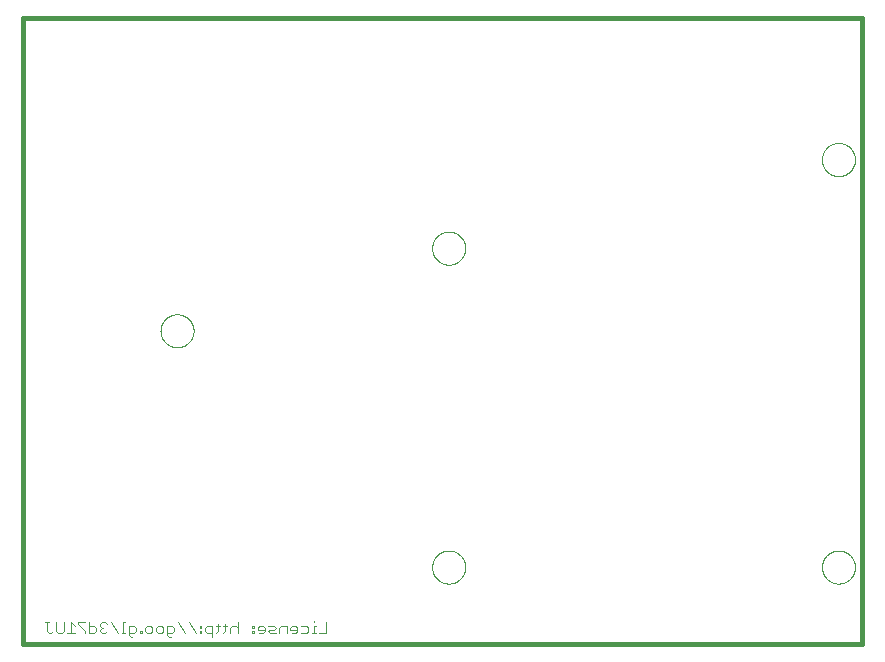
<source format=gbo>
G75*
%MOIN*%
%OFA0B0*%
%FSLAX25Y25*%
%IPPOS*%
%LPD*%
%AMOC8*
5,1,8,0,0,1.08239X$1,22.5*
%
%ADD10C,0.00300*%
%ADD11C,0.01600*%
%ADD12C,0.00000*%
D10*
X0009736Y0005925D02*
X0009736Y0008959D01*
X0010343Y0008959D02*
X0009129Y0008959D01*
X0012754Y0008959D02*
X0012754Y0005925D01*
X0013361Y0005319D01*
X0014574Y0005319D01*
X0015181Y0005925D01*
X0015181Y0008959D01*
X0017593Y0008959D02*
X0018806Y0007745D01*
X0020005Y0008352D02*
X0022431Y0005925D01*
X0022431Y0005319D01*
X0023630Y0005319D02*
X0025450Y0005319D01*
X0026057Y0005925D01*
X0026057Y0007139D01*
X0025450Y0007745D01*
X0023630Y0007745D01*
X0023630Y0008959D02*
X0023630Y0005319D01*
X0027255Y0005925D02*
X0027255Y0006532D01*
X0027862Y0007139D01*
X0028468Y0007139D01*
X0027862Y0007139D02*
X0027255Y0007745D01*
X0027255Y0008352D01*
X0027862Y0008959D01*
X0029075Y0008959D01*
X0029682Y0008352D01*
X0030880Y0008959D02*
X0033307Y0005319D01*
X0034510Y0005319D02*
X0035724Y0005319D01*
X0035117Y0005319D02*
X0035117Y0008959D01*
X0035724Y0008959D01*
X0036922Y0007745D02*
X0038742Y0007745D01*
X0039349Y0007139D01*
X0039349Y0005925D01*
X0038742Y0005319D01*
X0036922Y0005319D01*
X0036922Y0004712D02*
X0036922Y0007745D01*
X0036922Y0004712D02*
X0037529Y0004105D01*
X0038135Y0004105D01*
X0040555Y0005319D02*
X0041161Y0005319D01*
X0041161Y0005925D01*
X0040555Y0005925D01*
X0040555Y0005319D01*
X0042360Y0005925D02*
X0042360Y0007139D01*
X0042966Y0007745D01*
X0044180Y0007745D01*
X0044786Y0007139D01*
X0044786Y0005925D01*
X0044180Y0005319D01*
X0042966Y0005319D01*
X0042360Y0005925D01*
X0045985Y0005925D02*
X0045985Y0007139D01*
X0046591Y0007745D01*
X0047805Y0007745D01*
X0048412Y0007139D01*
X0048412Y0005925D01*
X0047805Y0005319D01*
X0046591Y0005319D01*
X0045985Y0005925D01*
X0049610Y0005319D02*
X0051430Y0005319D01*
X0052037Y0005925D01*
X0052037Y0007139D01*
X0051430Y0007745D01*
X0049610Y0007745D01*
X0049610Y0004712D01*
X0050217Y0004105D01*
X0050823Y0004105D01*
X0055662Y0005319D02*
X0053235Y0008959D01*
X0056860Y0008959D02*
X0059287Y0005319D01*
X0060493Y0005319D02*
X0061100Y0005319D01*
X0061100Y0005925D01*
X0060493Y0005925D01*
X0060493Y0005319D01*
X0060493Y0007139D02*
X0061100Y0007139D01*
X0061100Y0007745D01*
X0060493Y0007745D01*
X0060493Y0007139D01*
X0062298Y0007139D02*
X0062298Y0005925D01*
X0062905Y0005319D01*
X0064725Y0005319D01*
X0065928Y0005319D02*
X0066535Y0005925D01*
X0066535Y0008352D01*
X0067141Y0007745D02*
X0065928Y0007745D01*
X0064725Y0007745D02*
X0062905Y0007745D01*
X0062298Y0007139D01*
X0064725Y0007745D02*
X0064725Y0004105D01*
X0068345Y0005319D02*
X0068951Y0005925D01*
X0068951Y0008352D01*
X0068345Y0007745D02*
X0069558Y0007745D01*
X0070757Y0007139D02*
X0070757Y0005319D01*
X0070757Y0007139D02*
X0071363Y0007745D01*
X0072577Y0007745D01*
X0073183Y0007139D01*
X0073183Y0008959D02*
X0073183Y0005319D01*
X0078014Y0005319D02*
X0078621Y0005319D01*
X0078621Y0005925D01*
X0078014Y0005925D01*
X0078014Y0005319D01*
X0078014Y0007139D02*
X0078621Y0007139D01*
X0078621Y0007745D01*
X0078014Y0007745D01*
X0078014Y0007139D01*
X0079819Y0007139D02*
X0079819Y0006532D01*
X0082246Y0006532D01*
X0082246Y0007139D02*
X0081639Y0007745D01*
X0080426Y0007745D01*
X0079819Y0007139D01*
X0080426Y0005319D02*
X0081639Y0005319D01*
X0082246Y0005925D01*
X0082246Y0007139D01*
X0083445Y0007745D02*
X0085265Y0007745D01*
X0085871Y0007139D01*
X0085265Y0006532D01*
X0084051Y0006532D01*
X0083445Y0005925D01*
X0084051Y0005319D01*
X0085871Y0005319D01*
X0087070Y0005319D02*
X0087070Y0007139D01*
X0087676Y0007745D01*
X0089496Y0007745D01*
X0089496Y0005319D01*
X0090695Y0006532D02*
X0093122Y0006532D01*
X0093122Y0007139D02*
X0092515Y0007745D01*
X0091301Y0007745D01*
X0090695Y0007139D01*
X0090695Y0006532D01*
X0091301Y0005319D02*
X0092515Y0005319D01*
X0093122Y0005925D01*
X0093122Y0007139D01*
X0094320Y0007745D02*
X0096140Y0007745D01*
X0096747Y0007139D01*
X0096747Y0005925D01*
X0096140Y0005319D01*
X0094320Y0005319D01*
X0097950Y0005319D02*
X0099163Y0005319D01*
X0098557Y0005319D02*
X0098557Y0007745D01*
X0099163Y0007745D01*
X0098557Y0008959D02*
X0098557Y0009565D01*
X0102789Y0008959D02*
X0102789Y0005319D01*
X0100362Y0005319D01*
X0029682Y0005925D02*
X0029075Y0005319D01*
X0027862Y0005319D01*
X0027255Y0005925D01*
X0022431Y0008959D02*
X0020005Y0008959D01*
X0020005Y0008352D01*
X0017593Y0008959D02*
X0017593Y0005319D01*
X0018806Y0005319D02*
X0016380Y0005319D01*
X0011556Y0005925D02*
X0010949Y0005319D01*
X0010343Y0005319D01*
X0009736Y0005925D01*
D11*
X0001800Y0001800D02*
X0281328Y0001800D01*
X0281328Y0210461D01*
X0001800Y0210461D01*
X0001800Y0001800D01*
D12*
X0138020Y0027391D02*
X0138022Y0027539D01*
X0138028Y0027687D01*
X0138038Y0027835D01*
X0138052Y0027982D01*
X0138070Y0028129D01*
X0138091Y0028275D01*
X0138117Y0028421D01*
X0138147Y0028566D01*
X0138180Y0028710D01*
X0138218Y0028853D01*
X0138259Y0028995D01*
X0138304Y0029136D01*
X0138352Y0029276D01*
X0138405Y0029415D01*
X0138461Y0029552D01*
X0138521Y0029687D01*
X0138584Y0029821D01*
X0138651Y0029953D01*
X0138722Y0030083D01*
X0138796Y0030211D01*
X0138873Y0030337D01*
X0138954Y0030461D01*
X0139038Y0030583D01*
X0139125Y0030702D01*
X0139216Y0030819D01*
X0139310Y0030934D01*
X0139406Y0031046D01*
X0139506Y0031156D01*
X0139608Y0031262D01*
X0139714Y0031366D01*
X0139822Y0031467D01*
X0139933Y0031565D01*
X0140046Y0031661D01*
X0140162Y0031753D01*
X0140280Y0031842D01*
X0140401Y0031927D01*
X0140524Y0032010D01*
X0140649Y0032089D01*
X0140776Y0032165D01*
X0140905Y0032237D01*
X0141036Y0032306D01*
X0141169Y0032371D01*
X0141304Y0032432D01*
X0141440Y0032490D01*
X0141577Y0032545D01*
X0141716Y0032595D01*
X0141857Y0032642D01*
X0141998Y0032685D01*
X0142141Y0032725D01*
X0142285Y0032760D01*
X0142429Y0032792D01*
X0142575Y0032819D01*
X0142721Y0032843D01*
X0142868Y0032863D01*
X0143015Y0032879D01*
X0143162Y0032891D01*
X0143310Y0032899D01*
X0143458Y0032903D01*
X0143606Y0032903D01*
X0143754Y0032899D01*
X0143902Y0032891D01*
X0144049Y0032879D01*
X0144196Y0032863D01*
X0144343Y0032843D01*
X0144489Y0032819D01*
X0144635Y0032792D01*
X0144779Y0032760D01*
X0144923Y0032725D01*
X0145066Y0032685D01*
X0145207Y0032642D01*
X0145348Y0032595D01*
X0145487Y0032545D01*
X0145624Y0032490D01*
X0145760Y0032432D01*
X0145895Y0032371D01*
X0146028Y0032306D01*
X0146159Y0032237D01*
X0146288Y0032165D01*
X0146415Y0032089D01*
X0146540Y0032010D01*
X0146663Y0031927D01*
X0146784Y0031842D01*
X0146902Y0031753D01*
X0147018Y0031661D01*
X0147131Y0031565D01*
X0147242Y0031467D01*
X0147350Y0031366D01*
X0147456Y0031262D01*
X0147558Y0031156D01*
X0147658Y0031046D01*
X0147754Y0030934D01*
X0147848Y0030819D01*
X0147939Y0030702D01*
X0148026Y0030583D01*
X0148110Y0030461D01*
X0148191Y0030337D01*
X0148268Y0030211D01*
X0148342Y0030083D01*
X0148413Y0029953D01*
X0148480Y0029821D01*
X0148543Y0029687D01*
X0148603Y0029552D01*
X0148659Y0029415D01*
X0148712Y0029276D01*
X0148760Y0029136D01*
X0148805Y0028995D01*
X0148846Y0028853D01*
X0148884Y0028710D01*
X0148917Y0028566D01*
X0148947Y0028421D01*
X0148973Y0028275D01*
X0148994Y0028129D01*
X0149012Y0027982D01*
X0149026Y0027835D01*
X0149036Y0027687D01*
X0149042Y0027539D01*
X0149044Y0027391D01*
X0149042Y0027243D01*
X0149036Y0027095D01*
X0149026Y0026947D01*
X0149012Y0026800D01*
X0148994Y0026653D01*
X0148973Y0026507D01*
X0148947Y0026361D01*
X0148917Y0026216D01*
X0148884Y0026072D01*
X0148846Y0025929D01*
X0148805Y0025787D01*
X0148760Y0025646D01*
X0148712Y0025506D01*
X0148659Y0025367D01*
X0148603Y0025230D01*
X0148543Y0025095D01*
X0148480Y0024961D01*
X0148413Y0024829D01*
X0148342Y0024699D01*
X0148268Y0024571D01*
X0148191Y0024445D01*
X0148110Y0024321D01*
X0148026Y0024199D01*
X0147939Y0024080D01*
X0147848Y0023963D01*
X0147754Y0023848D01*
X0147658Y0023736D01*
X0147558Y0023626D01*
X0147456Y0023520D01*
X0147350Y0023416D01*
X0147242Y0023315D01*
X0147131Y0023217D01*
X0147018Y0023121D01*
X0146902Y0023029D01*
X0146784Y0022940D01*
X0146663Y0022855D01*
X0146540Y0022772D01*
X0146415Y0022693D01*
X0146288Y0022617D01*
X0146159Y0022545D01*
X0146028Y0022476D01*
X0145895Y0022411D01*
X0145760Y0022350D01*
X0145624Y0022292D01*
X0145487Y0022237D01*
X0145348Y0022187D01*
X0145207Y0022140D01*
X0145066Y0022097D01*
X0144923Y0022057D01*
X0144779Y0022022D01*
X0144635Y0021990D01*
X0144489Y0021963D01*
X0144343Y0021939D01*
X0144196Y0021919D01*
X0144049Y0021903D01*
X0143902Y0021891D01*
X0143754Y0021883D01*
X0143606Y0021879D01*
X0143458Y0021879D01*
X0143310Y0021883D01*
X0143162Y0021891D01*
X0143015Y0021903D01*
X0142868Y0021919D01*
X0142721Y0021939D01*
X0142575Y0021963D01*
X0142429Y0021990D01*
X0142285Y0022022D01*
X0142141Y0022057D01*
X0141998Y0022097D01*
X0141857Y0022140D01*
X0141716Y0022187D01*
X0141577Y0022237D01*
X0141440Y0022292D01*
X0141304Y0022350D01*
X0141169Y0022411D01*
X0141036Y0022476D01*
X0140905Y0022545D01*
X0140776Y0022617D01*
X0140649Y0022693D01*
X0140524Y0022772D01*
X0140401Y0022855D01*
X0140280Y0022940D01*
X0140162Y0023029D01*
X0140046Y0023121D01*
X0139933Y0023217D01*
X0139822Y0023315D01*
X0139714Y0023416D01*
X0139608Y0023520D01*
X0139506Y0023626D01*
X0139406Y0023736D01*
X0139310Y0023848D01*
X0139216Y0023963D01*
X0139125Y0024080D01*
X0139038Y0024199D01*
X0138954Y0024321D01*
X0138873Y0024445D01*
X0138796Y0024571D01*
X0138722Y0024699D01*
X0138651Y0024829D01*
X0138584Y0024961D01*
X0138521Y0025095D01*
X0138461Y0025230D01*
X0138405Y0025367D01*
X0138352Y0025506D01*
X0138304Y0025646D01*
X0138259Y0025787D01*
X0138218Y0025929D01*
X0138180Y0026072D01*
X0138147Y0026216D01*
X0138117Y0026361D01*
X0138091Y0026507D01*
X0138070Y0026653D01*
X0138052Y0026800D01*
X0138038Y0026947D01*
X0138028Y0027095D01*
X0138022Y0027243D01*
X0138020Y0027391D01*
X0047469Y0106131D02*
X0047471Y0106279D01*
X0047477Y0106427D01*
X0047487Y0106575D01*
X0047501Y0106722D01*
X0047519Y0106869D01*
X0047540Y0107015D01*
X0047566Y0107161D01*
X0047596Y0107306D01*
X0047629Y0107450D01*
X0047667Y0107593D01*
X0047708Y0107735D01*
X0047753Y0107876D01*
X0047801Y0108016D01*
X0047854Y0108155D01*
X0047910Y0108292D01*
X0047970Y0108427D01*
X0048033Y0108561D01*
X0048100Y0108693D01*
X0048171Y0108823D01*
X0048245Y0108951D01*
X0048322Y0109077D01*
X0048403Y0109201D01*
X0048487Y0109323D01*
X0048574Y0109442D01*
X0048665Y0109559D01*
X0048759Y0109674D01*
X0048855Y0109786D01*
X0048955Y0109896D01*
X0049057Y0110002D01*
X0049163Y0110106D01*
X0049271Y0110207D01*
X0049382Y0110305D01*
X0049495Y0110401D01*
X0049611Y0110493D01*
X0049729Y0110582D01*
X0049850Y0110667D01*
X0049973Y0110750D01*
X0050098Y0110829D01*
X0050225Y0110905D01*
X0050354Y0110977D01*
X0050485Y0111046D01*
X0050618Y0111111D01*
X0050753Y0111172D01*
X0050889Y0111230D01*
X0051026Y0111285D01*
X0051165Y0111335D01*
X0051306Y0111382D01*
X0051447Y0111425D01*
X0051590Y0111465D01*
X0051734Y0111500D01*
X0051878Y0111532D01*
X0052024Y0111559D01*
X0052170Y0111583D01*
X0052317Y0111603D01*
X0052464Y0111619D01*
X0052611Y0111631D01*
X0052759Y0111639D01*
X0052907Y0111643D01*
X0053055Y0111643D01*
X0053203Y0111639D01*
X0053351Y0111631D01*
X0053498Y0111619D01*
X0053645Y0111603D01*
X0053792Y0111583D01*
X0053938Y0111559D01*
X0054084Y0111532D01*
X0054228Y0111500D01*
X0054372Y0111465D01*
X0054515Y0111425D01*
X0054656Y0111382D01*
X0054797Y0111335D01*
X0054936Y0111285D01*
X0055073Y0111230D01*
X0055209Y0111172D01*
X0055344Y0111111D01*
X0055477Y0111046D01*
X0055608Y0110977D01*
X0055737Y0110905D01*
X0055864Y0110829D01*
X0055989Y0110750D01*
X0056112Y0110667D01*
X0056233Y0110582D01*
X0056351Y0110493D01*
X0056467Y0110401D01*
X0056580Y0110305D01*
X0056691Y0110207D01*
X0056799Y0110106D01*
X0056905Y0110002D01*
X0057007Y0109896D01*
X0057107Y0109786D01*
X0057203Y0109674D01*
X0057297Y0109559D01*
X0057388Y0109442D01*
X0057475Y0109323D01*
X0057559Y0109201D01*
X0057640Y0109077D01*
X0057717Y0108951D01*
X0057791Y0108823D01*
X0057862Y0108693D01*
X0057929Y0108561D01*
X0057992Y0108427D01*
X0058052Y0108292D01*
X0058108Y0108155D01*
X0058161Y0108016D01*
X0058209Y0107876D01*
X0058254Y0107735D01*
X0058295Y0107593D01*
X0058333Y0107450D01*
X0058366Y0107306D01*
X0058396Y0107161D01*
X0058422Y0107015D01*
X0058443Y0106869D01*
X0058461Y0106722D01*
X0058475Y0106575D01*
X0058485Y0106427D01*
X0058491Y0106279D01*
X0058493Y0106131D01*
X0058491Y0105983D01*
X0058485Y0105835D01*
X0058475Y0105687D01*
X0058461Y0105540D01*
X0058443Y0105393D01*
X0058422Y0105247D01*
X0058396Y0105101D01*
X0058366Y0104956D01*
X0058333Y0104812D01*
X0058295Y0104669D01*
X0058254Y0104527D01*
X0058209Y0104386D01*
X0058161Y0104246D01*
X0058108Y0104107D01*
X0058052Y0103970D01*
X0057992Y0103835D01*
X0057929Y0103701D01*
X0057862Y0103569D01*
X0057791Y0103439D01*
X0057717Y0103311D01*
X0057640Y0103185D01*
X0057559Y0103061D01*
X0057475Y0102939D01*
X0057388Y0102820D01*
X0057297Y0102703D01*
X0057203Y0102588D01*
X0057107Y0102476D01*
X0057007Y0102366D01*
X0056905Y0102260D01*
X0056799Y0102156D01*
X0056691Y0102055D01*
X0056580Y0101957D01*
X0056467Y0101861D01*
X0056351Y0101769D01*
X0056233Y0101680D01*
X0056112Y0101595D01*
X0055989Y0101512D01*
X0055864Y0101433D01*
X0055737Y0101357D01*
X0055608Y0101285D01*
X0055477Y0101216D01*
X0055344Y0101151D01*
X0055209Y0101090D01*
X0055073Y0101032D01*
X0054936Y0100977D01*
X0054797Y0100927D01*
X0054656Y0100880D01*
X0054515Y0100837D01*
X0054372Y0100797D01*
X0054228Y0100762D01*
X0054084Y0100730D01*
X0053938Y0100703D01*
X0053792Y0100679D01*
X0053645Y0100659D01*
X0053498Y0100643D01*
X0053351Y0100631D01*
X0053203Y0100623D01*
X0053055Y0100619D01*
X0052907Y0100619D01*
X0052759Y0100623D01*
X0052611Y0100631D01*
X0052464Y0100643D01*
X0052317Y0100659D01*
X0052170Y0100679D01*
X0052024Y0100703D01*
X0051878Y0100730D01*
X0051734Y0100762D01*
X0051590Y0100797D01*
X0051447Y0100837D01*
X0051306Y0100880D01*
X0051165Y0100927D01*
X0051026Y0100977D01*
X0050889Y0101032D01*
X0050753Y0101090D01*
X0050618Y0101151D01*
X0050485Y0101216D01*
X0050354Y0101285D01*
X0050225Y0101357D01*
X0050098Y0101433D01*
X0049973Y0101512D01*
X0049850Y0101595D01*
X0049729Y0101680D01*
X0049611Y0101769D01*
X0049495Y0101861D01*
X0049382Y0101957D01*
X0049271Y0102055D01*
X0049163Y0102156D01*
X0049057Y0102260D01*
X0048955Y0102366D01*
X0048855Y0102476D01*
X0048759Y0102588D01*
X0048665Y0102703D01*
X0048574Y0102820D01*
X0048487Y0102939D01*
X0048403Y0103061D01*
X0048322Y0103185D01*
X0048245Y0103311D01*
X0048171Y0103439D01*
X0048100Y0103569D01*
X0048033Y0103701D01*
X0047970Y0103835D01*
X0047910Y0103970D01*
X0047854Y0104107D01*
X0047801Y0104246D01*
X0047753Y0104386D01*
X0047708Y0104527D01*
X0047667Y0104669D01*
X0047629Y0104812D01*
X0047596Y0104956D01*
X0047566Y0105101D01*
X0047540Y0105247D01*
X0047519Y0105393D01*
X0047501Y0105540D01*
X0047487Y0105687D01*
X0047477Y0105835D01*
X0047471Y0105983D01*
X0047469Y0106131D01*
X0138020Y0133690D02*
X0138022Y0133838D01*
X0138028Y0133986D01*
X0138038Y0134134D01*
X0138052Y0134281D01*
X0138070Y0134428D01*
X0138091Y0134574D01*
X0138117Y0134720D01*
X0138147Y0134865D01*
X0138180Y0135009D01*
X0138218Y0135152D01*
X0138259Y0135294D01*
X0138304Y0135435D01*
X0138352Y0135575D01*
X0138405Y0135714D01*
X0138461Y0135851D01*
X0138521Y0135986D01*
X0138584Y0136120D01*
X0138651Y0136252D01*
X0138722Y0136382D01*
X0138796Y0136510D01*
X0138873Y0136636D01*
X0138954Y0136760D01*
X0139038Y0136882D01*
X0139125Y0137001D01*
X0139216Y0137118D01*
X0139310Y0137233D01*
X0139406Y0137345D01*
X0139506Y0137455D01*
X0139608Y0137561D01*
X0139714Y0137665D01*
X0139822Y0137766D01*
X0139933Y0137864D01*
X0140046Y0137960D01*
X0140162Y0138052D01*
X0140280Y0138141D01*
X0140401Y0138226D01*
X0140524Y0138309D01*
X0140649Y0138388D01*
X0140776Y0138464D01*
X0140905Y0138536D01*
X0141036Y0138605D01*
X0141169Y0138670D01*
X0141304Y0138731D01*
X0141440Y0138789D01*
X0141577Y0138844D01*
X0141716Y0138894D01*
X0141857Y0138941D01*
X0141998Y0138984D01*
X0142141Y0139024D01*
X0142285Y0139059D01*
X0142429Y0139091D01*
X0142575Y0139118D01*
X0142721Y0139142D01*
X0142868Y0139162D01*
X0143015Y0139178D01*
X0143162Y0139190D01*
X0143310Y0139198D01*
X0143458Y0139202D01*
X0143606Y0139202D01*
X0143754Y0139198D01*
X0143902Y0139190D01*
X0144049Y0139178D01*
X0144196Y0139162D01*
X0144343Y0139142D01*
X0144489Y0139118D01*
X0144635Y0139091D01*
X0144779Y0139059D01*
X0144923Y0139024D01*
X0145066Y0138984D01*
X0145207Y0138941D01*
X0145348Y0138894D01*
X0145487Y0138844D01*
X0145624Y0138789D01*
X0145760Y0138731D01*
X0145895Y0138670D01*
X0146028Y0138605D01*
X0146159Y0138536D01*
X0146288Y0138464D01*
X0146415Y0138388D01*
X0146540Y0138309D01*
X0146663Y0138226D01*
X0146784Y0138141D01*
X0146902Y0138052D01*
X0147018Y0137960D01*
X0147131Y0137864D01*
X0147242Y0137766D01*
X0147350Y0137665D01*
X0147456Y0137561D01*
X0147558Y0137455D01*
X0147658Y0137345D01*
X0147754Y0137233D01*
X0147848Y0137118D01*
X0147939Y0137001D01*
X0148026Y0136882D01*
X0148110Y0136760D01*
X0148191Y0136636D01*
X0148268Y0136510D01*
X0148342Y0136382D01*
X0148413Y0136252D01*
X0148480Y0136120D01*
X0148543Y0135986D01*
X0148603Y0135851D01*
X0148659Y0135714D01*
X0148712Y0135575D01*
X0148760Y0135435D01*
X0148805Y0135294D01*
X0148846Y0135152D01*
X0148884Y0135009D01*
X0148917Y0134865D01*
X0148947Y0134720D01*
X0148973Y0134574D01*
X0148994Y0134428D01*
X0149012Y0134281D01*
X0149026Y0134134D01*
X0149036Y0133986D01*
X0149042Y0133838D01*
X0149044Y0133690D01*
X0149042Y0133542D01*
X0149036Y0133394D01*
X0149026Y0133246D01*
X0149012Y0133099D01*
X0148994Y0132952D01*
X0148973Y0132806D01*
X0148947Y0132660D01*
X0148917Y0132515D01*
X0148884Y0132371D01*
X0148846Y0132228D01*
X0148805Y0132086D01*
X0148760Y0131945D01*
X0148712Y0131805D01*
X0148659Y0131666D01*
X0148603Y0131529D01*
X0148543Y0131394D01*
X0148480Y0131260D01*
X0148413Y0131128D01*
X0148342Y0130998D01*
X0148268Y0130870D01*
X0148191Y0130744D01*
X0148110Y0130620D01*
X0148026Y0130498D01*
X0147939Y0130379D01*
X0147848Y0130262D01*
X0147754Y0130147D01*
X0147658Y0130035D01*
X0147558Y0129925D01*
X0147456Y0129819D01*
X0147350Y0129715D01*
X0147242Y0129614D01*
X0147131Y0129516D01*
X0147018Y0129420D01*
X0146902Y0129328D01*
X0146784Y0129239D01*
X0146663Y0129154D01*
X0146540Y0129071D01*
X0146415Y0128992D01*
X0146288Y0128916D01*
X0146159Y0128844D01*
X0146028Y0128775D01*
X0145895Y0128710D01*
X0145760Y0128649D01*
X0145624Y0128591D01*
X0145487Y0128536D01*
X0145348Y0128486D01*
X0145207Y0128439D01*
X0145066Y0128396D01*
X0144923Y0128356D01*
X0144779Y0128321D01*
X0144635Y0128289D01*
X0144489Y0128262D01*
X0144343Y0128238D01*
X0144196Y0128218D01*
X0144049Y0128202D01*
X0143902Y0128190D01*
X0143754Y0128182D01*
X0143606Y0128178D01*
X0143458Y0128178D01*
X0143310Y0128182D01*
X0143162Y0128190D01*
X0143015Y0128202D01*
X0142868Y0128218D01*
X0142721Y0128238D01*
X0142575Y0128262D01*
X0142429Y0128289D01*
X0142285Y0128321D01*
X0142141Y0128356D01*
X0141998Y0128396D01*
X0141857Y0128439D01*
X0141716Y0128486D01*
X0141577Y0128536D01*
X0141440Y0128591D01*
X0141304Y0128649D01*
X0141169Y0128710D01*
X0141036Y0128775D01*
X0140905Y0128844D01*
X0140776Y0128916D01*
X0140649Y0128992D01*
X0140524Y0129071D01*
X0140401Y0129154D01*
X0140280Y0129239D01*
X0140162Y0129328D01*
X0140046Y0129420D01*
X0139933Y0129516D01*
X0139822Y0129614D01*
X0139714Y0129715D01*
X0139608Y0129819D01*
X0139506Y0129925D01*
X0139406Y0130035D01*
X0139310Y0130147D01*
X0139216Y0130262D01*
X0139125Y0130379D01*
X0139038Y0130498D01*
X0138954Y0130620D01*
X0138873Y0130744D01*
X0138796Y0130870D01*
X0138722Y0130998D01*
X0138651Y0131128D01*
X0138584Y0131260D01*
X0138521Y0131394D01*
X0138461Y0131529D01*
X0138405Y0131666D01*
X0138352Y0131805D01*
X0138304Y0131945D01*
X0138259Y0132086D01*
X0138218Y0132228D01*
X0138180Y0132371D01*
X0138147Y0132515D01*
X0138117Y0132660D01*
X0138091Y0132806D01*
X0138070Y0132952D01*
X0138052Y0133099D01*
X0138038Y0133246D01*
X0138028Y0133394D01*
X0138022Y0133542D01*
X0138020Y0133690D01*
X0267942Y0163217D02*
X0267944Y0163365D01*
X0267950Y0163513D01*
X0267960Y0163661D01*
X0267974Y0163808D01*
X0267992Y0163955D01*
X0268013Y0164101D01*
X0268039Y0164247D01*
X0268069Y0164392D01*
X0268102Y0164536D01*
X0268140Y0164679D01*
X0268181Y0164821D01*
X0268226Y0164962D01*
X0268274Y0165102D01*
X0268327Y0165241D01*
X0268383Y0165378D01*
X0268443Y0165513D01*
X0268506Y0165647D01*
X0268573Y0165779D01*
X0268644Y0165909D01*
X0268718Y0166037D01*
X0268795Y0166163D01*
X0268876Y0166287D01*
X0268960Y0166409D01*
X0269047Y0166528D01*
X0269138Y0166645D01*
X0269232Y0166760D01*
X0269328Y0166872D01*
X0269428Y0166982D01*
X0269530Y0167088D01*
X0269636Y0167192D01*
X0269744Y0167293D01*
X0269855Y0167391D01*
X0269968Y0167487D01*
X0270084Y0167579D01*
X0270202Y0167668D01*
X0270323Y0167753D01*
X0270446Y0167836D01*
X0270571Y0167915D01*
X0270698Y0167991D01*
X0270827Y0168063D01*
X0270958Y0168132D01*
X0271091Y0168197D01*
X0271226Y0168258D01*
X0271362Y0168316D01*
X0271499Y0168371D01*
X0271638Y0168421D01*
X0271779Y0168468D01*
X0271920Y0168511D01*
X0272063Y0168551D01*
X0272207Y0168586D01*
X0272351Y0168618D01*
X0272497Y0168645D01*
X0272643Y0168669D01*
X0272790Y0168689D01*
X0272937Y0168705D01*
X0273084Y0168717D01*
X0273232Y0168725D01*
X0273380Y0168729D01*
X0273528Y0168729D01*
X0273676Y0168725D01*
X0273824Y0168717D01*
X0273971Y0168705D01*
X0274118Y0168689D01*
X0274265Y0168669D01*
X0274411Y0168645D01*
X0274557Y0168618D01*
X0274701Y0168586D01*
X0274845Y0168551D01*
X0274988Y0168511D01*
X0275129Y0168468D01*
X0275270Y0168421D01*
X0275409Y0168371D01*
X0275546Y0168316D01*
X0275682Y0168258D01*
X0275817Y0168197D01*
X0275950Y0168132D01*
X0276081Y0168063D01*
X0276210Y0167991D01*
X0276337Y0167915D01*
X0276462Y0167836D01*
X0276585Y0167753D01*
X0276706Y0167668D01*
X0276824Y0167579D01*
X0276940Y0167487D01*
X0277053Y0167391D01*
X0277164Y0167293D01*
X0277272Y0167192D01*
X0277378Y0167088D01*
X0277480Y0166982D01*
X0277580Y0166872D01*
X0277676Y0166760D01*
X0277770Y0166645D01*
X0277861Y0166528D01*
X0277948Y0166409D01*
X0278032Y0166287D01*
X0278113Y0166163D01*
X0278190Y0166037D01*
X0278264Y0165909D01*
X0278335Y0165779D01*
X0278402Y0165647D01*
X0278465Y0165513D01*
X0278525Y0165378D01*
X0278581Y0165241D01*
X0278634Y0165102D01*
X0278682Y0164962D01*
X0278727Y0164821D01*
X0278768Y0164679D01*
X0278806Y0164536D01*
X0278839Y0164392D01*
X0278869Y0164247D01*
X0278895Y0164101D01*
X0278916Y0163955D01*
X0278934Y0163808D01*
X0278948Y0163661D01*
X0278958Y0163513D01*
X0278964Y0163365D01*
X0278966Y0163217D01*
X0278964Y0163069D01*
X0278958Y0162921D01*
X0278948Y0162773D01*
X0278934Y0162626D01*
X0278916Y0162479D01*
X0278895Y0162333D01*
X0278869Y0162187D01*
X0278839Y0162042D01*
X0278806Y0161898D01*
X0278768Y0161755D01*
X0278727Y0161613D01*
X0278682Y0161472D01*
X0278634Y0161332D01*
X0278581Y0161193D01*
X0278525Y0161056D01*
X0278465Y0160921D01*
X0278402Y0160787D01*
X0278335Y0160655D01*
X0278264Y0160525D01*
X0278190Y0160397D01*
X0278113Y0160271D01*
X0278032Y0160147D01*
X0277948Y0160025D01*
X0277861Y0159906D01*
X0277770Y0159789D01*
X0277676Y0159674D01*
X0277580Y0159562D01*
X0277480Y0159452D01*
X0277378Y0159346D01*
X0277272Y0159242D01*
X0277164Y0159141D01*
X0277053Y0159043D01*
X0276940Y0158947D01*
X0276824Y0158855D01*
X0276706Y0158766D01*
X0276585Y0158681D01*
X0276462Y0158598D01*
X0276337Y0158519D01*
X0276210Y0158443D01*
X0276081Y0158371D01*
X0275950Y0158302D01*
X0275817Y0158237D01*
X0275682Y0158176D01*
X0275546Y0158118D01*
X0275409Y0158063D01*
X0275270Y0158013D01*
X0275129Y0157966D01*
X0274988Y0157923D01*
X0274845Y0157883D01*
X0274701Y0157848D01*
X0274557Y0157816D01*
X0274411Y0157789D01*
X0274265Y0157765D01*
X0274118Y0157745D01*
X0273971Y0157729D01*
X0273824Y0157717D01*
X0273676Y0157709D01*
X0273528Y0157705D01*
X0273380Y0157705D01*
X0273232Y0157709D01*
X0273084Y0157717D01*
X0272937Y0157729D01*
X0272790Y0157745D01*
X0272643Y0157765D01*
X0272497Y0157789D01*
X0272351Y0157816D01*
X0272207Y0157848D01*
X0272063Y0157883D01*
X0271920Y0157923D01*
X0271779Y0157966D01*
X0271638Y0158013D01*
X0271499Y0158063D01*
X0271362Y0158118D01*
X0271226Y0158176D01*
X0271091Y0158237D01*
X0270958Y0158302D01*
X0270827Y0158371D01*
X0270698Y0158443D01*
X0270571Y0158519D01*
X0270446Y0158598D01*
X0270323Y0158681D01*
X0270202Y0158766D01*
X0270084Y0158855D01*
X0269968Y0158947D01*
X0269855Y0159043D01*
X0269744Y0159141D01*
X0269636Y0159242D01*
X0269530Y0159346D01*
X0269428Y0159452D01*
X0269328Y0159562D01*
X0269232Y0159674D01*
X0269138Y0159789D01*
X0269047Y0159906D01*
X0268960Y0160025D01*
X0268876Y0160147D01*
X0268795Y0160271D01*
X0268718Y0160397D01*
X0268644Y0160525D01*
X0268573Y0160655D01*
X0268506Y0160787D01*
X0268443Y0160921D01*
X0268383Y0161056D01*
X0268327Y0161193D01*
X0268274Y0161332D01*
X0268226Y0161472D01*
X0268181Y0161613D01*
X0268140Y0161755D01*
X0268102Y0161898D01*
X0268069Y0162042D01*
X0268039Y0162187D01*
X0268013Y0162333D01*
X0267992Y0162479D01*
X0267974Y0162626D01*
X0267960Y0162773D01*
X0267950Y0162921D01*
X0267944Y0163069D01*
X0267942Y0163217D01*
X0267942Y0027391D02*
X0267944Y0027539D01*
X0267950Y0027687D01*
X0267960Y0027835D01*
X0267974Y0027982D01*
X0267992Y0028129D01*
X0268013Y0028275D01*
X0268039Y0028421D01*
X0268069Y0028566D01*
X0268102Y0028710D01*
X0268140Y0028853D01*
X0268181Y0028995D01*
X0268226Y0029136D01*
X0268274Y0029276D01*
X0268327Y0029415D01*
X0268383Y0029552D01*
X0268443Y0029687D01*
X0268506Y0029821D01*
X0268573Y0029953D01*
X0268644Y0030083D01*
X0268718Y0030211D01*
X0268795Y0030337D01*
X0268876Y0030461D01*
X0268960Y0030583D01*
X0269047Y0030702D01*
X0269138Y0030819D01*
X0269232Y0030934D01*
X0269328Y0031046D01*
X0269428Y0031156D01*
X0269530Y0031262D01*
X0269636Y0031366D01*
X0269744Y0031467D01*
X0269855Y0031565D01*
X0269968Y0031661D01*
X0270084Y0031753D01*
X0270202Y0031842D01*
X0270323Y0031927D01*
X0270446Y0032010D01*
X0270571Y0032089D01*
X0270698Y0032165D01*
X0270827Y0032237D01*
X0270958Y0032306D01*
X0271091Y0032371D01*
X0271226Y0032432D01*
X0271362Y0032490D01*
X0271499Y0032545D01*
X0271638Y0032595D01*
X0271779Y0032642D01*
X0271920Y0032685D01*
X0272063Y0032725D01*
X0272207Y0032760D01*
X0272351Y0032792D01*
X0272497Y0032819D01*
X0272643Y0032843D01*
X0272790Y0032863D01*
X0272937Y0032879D01*
X0273084Y0032891D01*
X0273232Y0032899D01*
X0273380Y0032903D01*
X0273528Y0032903D01*
X0273676Y0032899D01*
X0273824Y0032891D01*
X0273971Y0032879D01*
X0274118Y0032863D01*
X0274265Y0032843D01*
X0274411Y0032819D01*
X0274557Y0032792D01*
X0274701Y0032760D01*
X0274845Y0032725D01*
X0274988Y0032685D01*
X0275129Y0032642D01*
X0275270Y0032595D01*
X0275409Y0032545D01*
X0275546Y0032490D01*
X0275682Y0032432D01*
X0275817Y0032371D01*
X0275950Y0032306D01*
X0276081Y0032237D01*
X0276210Y0032165D01*
X0276337Y0032089D01*
X0276462Y0032010D01*
X0276585Y0031927D01*
X0276706Y0031842D01*
X0276824Y0031753D01*
X0276940Y0031661D01*
X0277053Y0031565D01*
X0277164Y0031467D01*
X0277272Y0031366D01*
X0277378Y0031262D01*
X0277480Y0031156D01*
X0277580Y0031046D01*
X0277676Y0030934D01*
X0277770Y0030819D01*
X0277861Y0030702D01*
X0277948Y0030583D01*
X0278032Y0030461D01*
X0278113Y0030337D01*
X0278190Y0030211D01*
X0278264Y0030083D01*
X0278335Y0029953D01*
X0278402Y0029821D01*
X0278465Y0029687D01*
X0278525Y0029552D01*
X0278581Y0029415D01*
X0278634Y0029276D01*
X0278682Y0029136D01*
X0278727Y0028995D01*
X0278768Y0028853D01*
X0278806Y0028710D01*
X0278839Y0028566D01*
X0278869Y0028421D01*
X0278895Y0028275D01*
X0278916Y0028129D01*
X0278934Y0027982D01*
X0278948Y0027835D01*
X0278958Y0027687D01*
X0278964Y0027539D01*
X0278966Y0027391D01*
X0278964Y0027243D01*
X0278958Y0027095D01*
X0278948Y0026947D01*
X0278934Y0026800D01*
X0278916Y0026653D01*
X0278895Y0026507D01*
X0278869Y0026361D01*
X0278839Y0026216D01*
X0278806Y0026072D01*
X0278768Y0025929D01*
X0278727Y0025787D01*
X0278682Y0025646D01*
X0278634Y0025506D01*
X0278581Y0025367D01*
X0278525Y0025230D01*
X0278465Y0025095D01*
X0278402Y0024961D01*
X0278335Y0024829D01*
X0278264Y0024699D01*
X0278190Y0024571D01*
X0278113Y0024445D01*
X0278032Y0024321D01*
X0277948Y0024199D01*
X0277861Y0024080D01*
X0277770Y0023963D01*
X0277676Y0023848D01*
X0277580Y0023736D01*
X0277480Y0023626D01*
X0277378Y0023520D01*
X0277272Y0023416D01*
X0277164Y0023315D01*
X0277053Y0023217D01*
X0276940Y0023121D01*
X0276824Y0023029D01*
X0276706Y0022940D01*
X0276585Y0022855D01*
X0276462Y0022772D01*
X0276337Y0022693D01*
X0276210Y0022617D01*
X0276081Y0022545D01*
X0275950Y0022476D01*
X0275817Y0022411D01*
X0275682Y0022350D01*
X0275546Y0022292D01*
X0275409Y0022237D01*
X0275270Y0022187D01*
X0275129Y0022140D01*
X0274988Y0022097D01*
X0274845Y0022057D01*
X0274701Y0022022D01*
X0274557Y0021990D01*
X0274411Y0021963D01*
X0274265Y0021939D01*
X0274118Y0021919D01*
X0273971Y0021903D01*
X0273824Y0021891D01*
X0273676Y0021883D01*
X0273528Y0021879D01*
X0273380Y0021879D01*
X0273232Y0021883D01*
X0273084Y0021891D01*
X0272937Y0021903D01*
X0272790Y0021919D01*
X0272643Y0021939D01*
X0272497Y0021963D01*
X0272351Y0021990D01*
X0272207Y0022022D01*
X0272063Y0022057D01*
X0271920Y0022097D01*
X0271779Y0022140D01*
X0271638Y0022187D01*
X0271499Y0022237D01*
X0271362Y0022292D01*
X0271226Y0022350D01*
X0271091Y0022411D01*
X0270958Y0022476D01*
X0270827Y0022545D01*
X0270698Y0022617D01*
X0270571Y0022693D01*
X0270446Y0022772D01*
X0270323Y0022855D01*
X0270202Y0022940D01*
X0270084Y0023029D01*
X0269968Y0023121D01*
X0269855Y0023217D01*
X0269744Y0023315D01*
X0269636Y0023416D01*
X0269530Y0023520D01*
X0269428Y0023626D01*
X0269328Y0023736D01*
X0269232Y0023848D01*
X0269138Y0023963D01*
X0269047Y0024080D01*
X0268960Y0024199D01*
X0268876Y0024321D01*
X0268795Y0024445D01*
X0268718Y0024571D01*
X0268644Y0024699D01*
X0268573Y0024829D01*
X0268506Y0024961D01*
X0268443Y0025095D01*
X0268383Y0025230D01*
X0268327Y0025367D01*
X0268274Y0025506D01*
X0268226Y0025646D01*
X0268181Y0025787D01*
X0268140Y0025929D01*
X0268102Y0026072D01*
X0268069Y0026216D01*
X0268039Y0026361D01*
X0268013Y0026507D01*
X0267992Y0026653D01*
X0267974Y0026800D01*
X0267960Y0026947D01*
X0267950Y0027095D01*
X0267944Y0027243D01*
X0267942Y0027391D01*
M02*

</source>
